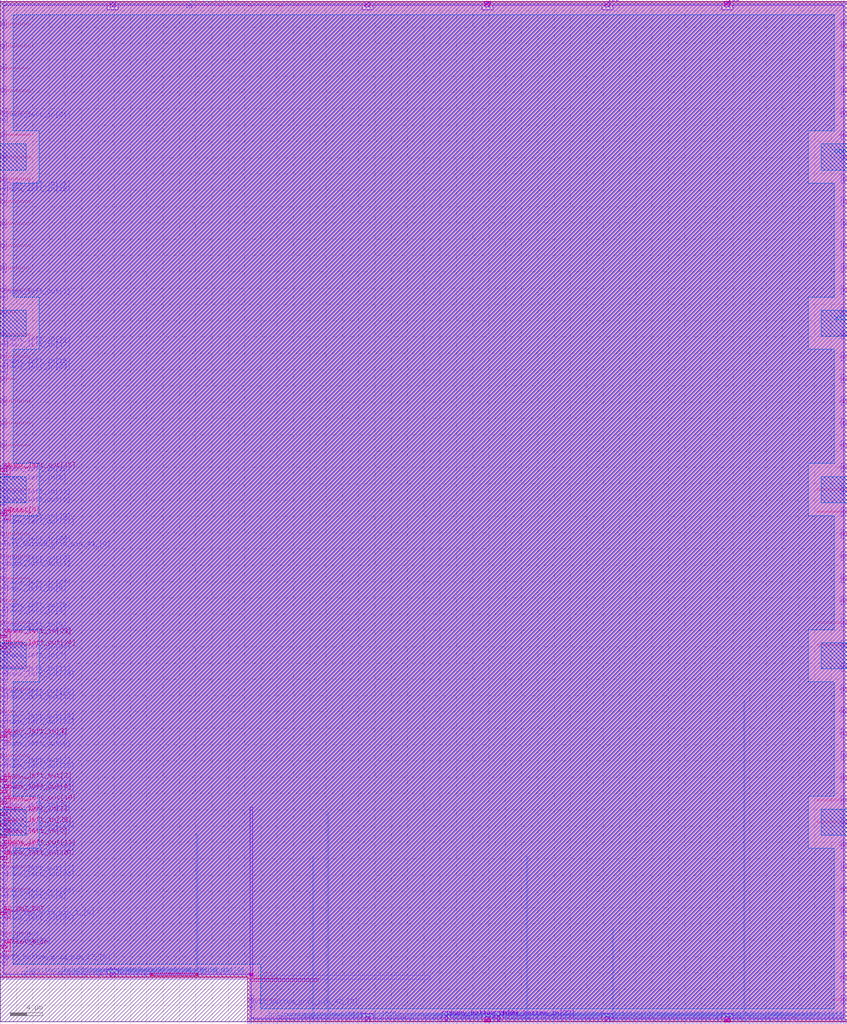
<source format=lef>
VERSION 5.7 ;
BUSBITCHARS "[]" ;

UNITS
  DATABASE MICRONS 1000 ;
END UNITS

MANUFACTURINGGRID 0.005 ;

LAYER li1
  TYPE ROUTING ;
  DIRECTION VERTICAL ;
  PITCH 0.46 ;
  WIDTH 0.17 ;
END li1

LAYER mcon
  TYPE CUT ;
END mcon

LAYER met1
  TYPE ROUTING ;
  DIRECTION HORIZONTAL ;
  PITCH 0.34 ;
  WIDTH 0.14 ;
END met1

LAYER via
  TYPE CUT ;
END via

LAYER met2
  TYPE ROUTING ;
  DIRECTION VERTICAL ;
  PITCH 0.46 ;
  WIDTH 0.14 ;
END met2

LAYER via2
  TYPE CUT ;
END via2

LAYER met3
  TYPE ROUTING ;
  DIRECTION HORIZONTAL ;
  PITCH 0.68 ;
  WIDTH 0.3 ;
END met3

LAYER via3
  TYPE CUT ;
END via3

LAYER met4
  TYPE ROUTING ;
  DIRECTION VERTICAL ;
  PITCH 0.92 ;
  WIDTH 0.3 ;
END met4

LAYER via4
  TYPE CUT ;
END via4

LAYER met5
  TYPE ROUTING ;
  DIRECTION HORIZONTAL ;
  PITCH 3.4 ;
  WIDTH 1.6 ;
END met5

LAYER nwell
  TYPE MASTERSLICE ;
END nwell

LAYER pwell
  TYPE MASTERSLICE ;
END pwell

LAYER OVERLAP
  TYPE OVERLAP ;
END OVERLAP

VIA L1M1_PR
  LAYER li1 ;
    RECT -0.085 -0.085 0.085 0.085 ;
  LAYER mcon ;
    RECT -0.085 -0.085 0.085 0.085 ;
  LAYER met1 ;
    RECT -0.145 -0.115 0.145 0.115 ;
END L1M1_PR

VIA L1M1_PR_R
  LAYER li1 ;
    RECT -0.085 -0.085 0.085 0.085 ;
  LAYER mcon ;
    RECT -0.085 -0.085 0.085 0.085 ;
  LAYER met1 ;
    RECT -0.115 -0.145 0.115 0.145 ;
END L1M1_PR_R

VIA L1M1_PR_M
  LAYER li1 ;
    RECT -0.085 -0.085 0.085 0.085 ;
  LAYER mcon ;
    RECT -0.085 -0.085 0.085 0.085 ;
  LAYER met1 ;
    RECT -0.115 -0.145 0.115 0.145 ;
END L1M1_PR_M

VIA L1M1_PR_MR
  LAYER li1 ;
    RECT -0.085 -0.085 0.085 0.085 ;
  LAYER mcon ;
    RECT -0.085 -0.085 0.085 0.085 ;
  LAYER met1 ;
    RECT -0.145 -0.115 0.145 0.115 ;
END L1M1_PR_MR

VIA L1M1_PR_C
  LAYER li1 ;
    RECT -0.085 -0.085 0.085 0.085 ;
  LAYER mcon ;
    RECT -0.085 -0.085 0.085 0.085 ;
  LAYER met1 ;
    RECT -0.145 -0.145 0.145 0.145 ;
END L1M1_PR_C

VIA M1M2_PR
  LAYER met1 ;
    RECT -0.16 -0.13 0.16 0.13 ;
  LAYER via ;
    RECT -0.075 -0.075 0.075 0.075 ;
  LAYER met2 ;
    RECT -0.13 -0.16 0.13 0.16 ;
END M1M2_PR

VIA M1M2_PR_Enc
  LAYER met1 ;
    RECT -0.16 -0.13 0.16 0.13 ;
  LAYER via ;
    RECT -0.075 -0.075 0.075 0.075 ;
  LAYER met2 ;
    RECT -0.16 -0.13 0.16 0.13 ;
END M1M2_PR_Enc

VIA M1M2_PR_R
  LAYER met1 ;
    RECT -0.13 -0.16 0.13 0.16 ;
  LAYER via ;
    RECT -0.075 -0.075 0.075 0.075 ;
  LAYER met2 ;
    RECT -0.16 -0.13 0.16 0.13 ;
END M1M2_PR_R

VIA M1M2_PR_R_Enc
  LAYER met1 ;
    RECT -0.13 -0.16 0.13 0.16 ;
  LAYER via ;
    RECT -0.075 -0.075 0.075 0.075 ;
  LAYER met2 ;
    RECT -0.13 -0.16 0.13 0.16 ;
END M1M2_PR_R_Enc

VIA M1M2_PR_M
  LAYER met1 ;
    RECT -0.16 -0.13 0.16 0.13 ;
  LAYER via ;
    RECT -0.075 -0.075 0.075 0.075 ;
  LAYER met2 ;
    RECT -0.16 -0.13 0.16 0.13 ;
END M1M2_PR_M

VIA M1M2_PR_M_Enc
  LAYER met1 ;
    RECT -0.16 -0.13 0.16 0.13 ;
  LAYER via ;
    RECT -0.075 -0.075 0.075 0.075 ;
  LAYER met2 ;
    RECT -0.13 -0.16 0.13 0.16 ;
END M1M2_PR_M_Enc

VIA M1M2_PR_MR
  LAYER met1 ;
    RECT -0.13 -0.16 0.13 0.16 ;
  LAYER via ;
    RECT -0.075 -0.075 0.075 0.075 ;
  LAYER met2 ;
    RECT -0.13 -0.16 0.13 0.16 ;
END M1M2_PR_MR

VIA M1M2_PR_MR_Enc
  LAYER met1 ;
    RECT -0.13 -0.16 0.13 0.16 ;
  LAYER via ;
    RECT -0.075 -0.075 0.075 0.075 ;
  LAYER met2 ;
    RECT -0.16 -0.13 0.16 0.13 ;
END M1M2_PR_MR_Enc

VIA M1M2_PR_C
  LAYER met1 ;
    RECT -0.16 -0.16 0.16 0.16 ;
  LAYER via ;
    RECT -0.075 -0.075 0.075 0.075 ;
  LAYER met2 ;
    RECT -0.16 -0.16 0.16 0.16 ;
END M1M2_PR_C

VIA M2M3_PR
  LAYER met2 ;
    RECT -0.14 -0.185 0.14 0.185 ;
  LAYER via2 ;
    RECT -0.1 -0.1 0.1 0.1 ;
  LAYER met3 ;
    RECT -0.165 -0.165 0.165 0.165 ;
END M2M3_PR

VIA M2M3_PR_R
  LAYER met2 ;
    RECT -0.185 -0.14 0.185 0.14 ;
  LAYER via2 ;
    RECT -0.1 -0.1 0.1 0.1 ;
  LAYER met3 ;
    RECT -0.165 -0.165 0.165 0.165 ;
END M2M3_PR_R

VIA M2M3_PR_M
  LAYER met2 ;
    RECT -0.14 -0.185 0.14 0.185 ;
  LAYER via2 ;
    RECT -0.1 -0.1 0.1 0.1 ;
  LAYER met3 ;
    RECT -0.165 -0.165 0.165 0.165 ;
END M2M3_PR_M

VIA M2M3_PR_MR
  LAYER met2 ;
    RECT -0.185 -0.14 0.185 0.14 ;
  LAYER via2 ;
    RECT -0.1 -0.1 0.1 0.1 ;
  LAYER met3 ;
    RECT -0.165 -0.165 0.165 0.165 ;
END M2M3_PR_MR

VIA M2M3_PR_C
  LAYER met2 ;
    RECT -0.185 -0.185 0.185 0.185 ;
  LAYER via2 ;
    RECT -0.1 -0.1 0.1 0.1 ;
  LAYER met3 ;
    RECT -0.165 -0.165 0.165 0.165 ;
END M2M3_PR_C

VIA M3M4_PR
  LAYER met3 ;
    RECT -0.19 -0.16 0.19 0.16 ;
  LAYER via3 ;
    RECT -0.1 -0.1 0.1 0.1 ;
  LAYER met4 ;
    RECT -0.165 -0.165 0.165 0.165 ;
END M3M4_PR

VIA M3M4_PR_R
  LAYER met3 ;
    RECT -0.16 -0.19 0.16 0.19 ;
  LAYER via3 ;
    RECT -0.1 -0.1 0.1 0.1 ;
  LAYER met4 ;
    RECT -0.165 -0.165 0.165 0.165 ;
END M3M4_PR_R

VIA M3M4_PR_M
  LAYER met3 ;
    RECT -0.19 -0.16 0.19 0.16 ;
  LAYER via3 ;
    RECT -0.1 -0.1 0.1 0.1 ;
  LAYER met4 ;
    RECT -0.165 -0.165 0.165 0.165 ;
END M3M4_PR_M

VIA M3M4_PR_MR
  LAYER met3 ;
    RECT -0.16 -0.19 0.16 0.19 ;
  LAYER via3 ;
    RECT -0.1 -0.1 0.1 0.1 ;
  LAYER met4 ;
    RECT -0.165 -0.165 0.165 0.165 ;
END M3M4_PR_MR

VIA M3M4_PR_C
  LAYER met3 ;
    RECT -0.19 -0.19 0.19 0.19 ;
  LAYER via3 ;
    RECT -0.1 -0.1 0.1 0.1 ;
  LAYER met4 ;
    RECT -0.165 -0.165 0.165 0.165 ;
END M3M4_PR_C

VIA M4M5_PR
  LAYER met4 ;
    RECT -0.59 -0.59 0.59 0.59 ;
  LAYER via4 ;
    RECT -0.4 -0.4 0.4 0.4 ;
  LAYER met5 ;
    RECT -0.71 -0.71 0.71 0.71 ;
END M4M5_PR

VIA M4M5_PR_R
  LAYER met4 ;
    RECT -0.59 -0.59 0.59 0.59 ;
  LAYER via4 ;
    RECT -0.4 -0.4 0.4 0.4 ;
  LAYER met5 ;
    RECT -0.71 -0.71 0.71 0.71 ;
END M4M5_PR_R

VIA M4M5_PR_M
  LAYER met4 ;
    RECT -0.59 -0.59 0.59 0.59 ;
  LAYER via4 ;
    RECT -0.4 -0.4 0.4 0.4 ;
  LAYER met5 ;
    RECT -0.71 -0.71 0.71 0.71 ;
END M4M5_PR_M

VIA M4M5_PR_MR
  LAYER met4 ;
    RECT -0.59 -0.59 0.59 0.59 ;
  LAYER via4 ;
    RECT -0.4 -0.4 0.4 0.4 ;
  LAYER met5 ;
    RECT -0.71 -0.71 0.71 0.71 ;
END M4M5_PR_MR

VIA M4M5_PR_C
  LAYER met4 ;
    RECT -0.59 -0.59 0.59 0.59 ;
  LAYER via4 ;
    RECT -0.4 -0.4 0.4 0.4 ;
  LAYER met5 ;
    RECT -0.71 -0.71 0.71 0.71 ;
END M4M5_PR_C

SITE unit
  CLASS CORE ;
  SYMMETRY Y ;
  SIZE 0.46 BY 2.72 ;
END unit

SITE unithddbl
  CLASS CORE ;
  SIZE 0.46 BY 5.44 ;
END unithddbl

MACRO sb_2__2_
  CLASS BLOCK ;
  ORIGIN 0 0 ;
  SIZE 103.96 BY 125.12 ;
  SYMMETRY X Y ;
  PIN pReset[0]
    DIRECTION INPUT ;
    USE SIGNAL ;
    PORT
      LAYER met3 ;
        RECT 0 62.07 0.8 62.37 ;
    END
  END pReset[0]
  PIN chany_bottom_in[0]
    DIRECTION INPUT ;
    USE SIGNAL ;
    PORT
      LAYER met2 ;
        RECT 82.04 0 82.18 0.485 ;
    END
  END chany_bottom_in[0]
  PIN chany_bottom_in[1]
    DIRECTION INPUT ;
    USE SIGNAL ;
    PORT
      LAYER met2 ;
        RECT 36.04 0 36.18 0.485 ;
    END
  END chany_bottom_in[1]
  PIN chany_bottom_in[2]
    DIRECTION INPUT ;
    USE SIGNAL ;
    PORT
      LAYER met2 ;
        RECT 80.2 0 80.34 0.485 ;
    END
  END chany_bottom_in[2]
  PIN chany_bottom_in[3]
    DIRECTION INPUT ;
    USE SIGNAL ;
    PORT
      LAYER met4 ;
        RECT 54.59 0 54.89 0.8 ;
    END
  END chany_bottom_in[3]
  PIN chany_bottom_in[4]
    DIRECTION INPUT ;
    USE SIGNAL ;
    PORT
      LAYER met2 ;
        RECT 95.38 0 95.52 0.485 ;
    END
  END chany_bottom_in[4]
  PIN chany_bottom_in[5]
    DIRECTION INPUT ;
    USE SIGNAL ;
    PORT
      LAYER met2 ;
        RECT 74.68 0 74.82 0.485 ;
    END
  END chany_bottom_in[5]
  PIN chany_bottom_in[6]
    DIRECTION INPUT ;
    USE SIGNAL ;
    PORT
      LAYER met2 ;
        RECT 62.26 0 62.4 0.485 ;
    END
  END chany_bottom_in[6]
  PIN chany_bottom_in[7]
    DIRECTION INPUT ;
    USE SIGNAL ;
    PORT
      LAYER met2 ;
        RECT 71.46 0 71.6 0.485 ;
    END
  END chany_bottom_in[7]
  PIN chany_bottom_in[8]
    DIRECTION INPUT ;
    USE SIGNAL ;
    PORT
      LAYER met2 ;
        RECT 91.7 0 91.84 0.485 ;
    END
  END chany_bottom_in[8]
  PIN chany_bottom_in[9]
    DIRECTION INPUT ;
    USE SIGNAL ;
    PORT
      LAYER met2 ;
        RECT 65.02 0 65.16 0.485 ;
    END
  END chany_bottom_in[9]
  PIN chany_bottom_in[10]
    DIRECTION INPUT ;
    USE SIGNAL ;
    PORT
      LAYER met2 ;
        RECT 65.94 0 66.08 0.485 ;
    END
  END chany_bottom_in[10]
  PIN chany_bottom_in[11]
    DIRECTION INPUT ;
    USE SIGNAL ;
    PORT
      LAYER met2 ;
        RECT 77.44 0 77.58 0.485 ;
    END
  END chany_bottom_in[11]
  PIN chany_bottom_in[12]
    DIRECTION INPUT ;
    USE SIGNAL ;
    PORT
      LAYER met2 ;
        RECT 60.42 0 60.56 0.485 ;
    END
  END chany_bottom_in[12]
  PIN chany_bottom_in[13]
    DIRECTION INPUT ;
    USE SIGNAL ;
    PORT
      LAYER met2 ;
        RECT 94.46 0 94.6 0.485 ;
    END
  END chany_bottom_in[13]
  PIN chany_bottom_in[14]
    DIRECTION INPUT ;
    USE SIGNAL ;
    PORT
      LAYER met2 ;
        RECT 93.54 0 93.68 0.485 ;
    END
  END chany_bottom_in[14]
  PIN chany_bottom_in[15]
    DIRECTION INPUT ;
    USE SIGNAL ;
    PORT
      LAYER met2 ;
        RECT 86.64 0 86.78 0.485 ;
    END
  END chany_bottom_in[15]
  PIN chany_bottom_in[16]
    DIRECTION INPUT ;
    USE SIGNAL ;
    PORT
      LAYER met2 ;
        RECT 67.78 0 67.92 0.485 ;
    END
  END chany_bottom_in[16]
  PIN chany_bottom_in[17]
    DIRECTION INPUT ;
    USE SIGNAL ;
    PORT
      LAYER met2 ;
        RECT 75.6 0 75.74 0.485 ;
    END
  END chany_bottom_in[17]
  PIN chany_bottom_in[18]
    DIRECTION INPUT ;
    USE SIGNAL ;
    PORT
      LAYER met2 ;
        RECT 89.86 0 90 0.485 ;
    END
  END chany_bottom_in[18]
  PIN chany_bottom_in[19]
    DIRECTION INPUT ;
    USE SIGNAL ;
    PORT
      LAYER met2 ;
        RECT 69.62 0 69.76 0.485 ;
    END
  END chany_bottom_in[19]
  PIN chany_bottom_in[20]
    DIRECTION INPUT ;
    USE SIGNAL ;
    PORT
      LAYER met2 ;
        RECT 92.62 0 92.76 0.485 ;
    END
  END chany_bottom_in[20]
  PIN chany_bottom_in[21]
    DIRECTION INPUT ;
    USE SIGNAL ;
    PORT
      LAYER met2 ;
        RECT 79.28 0 79.42 0.485 ;
    END
  END chany_bottom_in[21]
  PIN chany_bottom_in[22]
    DIRECTION INPUT ;
    USE SIGNAL ;
    PORT
      LAYER met2 ;
        RECT 63.18 0 63.32 0.485 ;
    END
  END chany_bottom_in[22]
  PIN chany_bottom_in[23]
    DIRECTION INPUT ;
    USE SIGNAL ;
    PORT
      LAYER met4 ;
        RECT 61.03 0 61.33 0.8 ;
    END
  END chany_bottom_in[23]
  PIN chany_bottom_in[24]
    DIRECTION INPUT ;
    USE SIGNAL ;
    PORT
      LAYER met2 ;
        RECT 35.12 0 35.26 0.485 ;
    END
  END chany_bottom_in[24]
  PIN chany_bottom_in[25]
    DIRECTION INPUT ;
    USE SIGNAL ;
    PORT
      LAYER met2 ;
        RECT 88.02 0 88.16 0.485 ;
    END
  END chany_bottom_in[25]
  PIN chany_bottom_in[26]
    DIRECTION INPUT ;
    USE SIGNAL ;
    PORT
      LAYER met2 ;
        RECT 55.82 0 55.96 0.485 ;
    END
  END chany_bottom_in[26]
  PIN chany_bottom_in[27]
    DIRECTION INPUT ;
    USE SIGNAL ;
    PORT
      LAYER met2 ;
        RECT 51.22 0 51.36 0.485 ;
    END
  END chany_bottom_in[27]
  PIN chany_bottom_in[28]
    DIRECTION INPUT ;
    USE SIGNAL ;
    PORT
      LAYER met2 ;
        RECT 72.38 0 72.52 0.485 ;
    END
  END chany_bottom_in[28]
  PIN chany_bottom_in[29]
    DIRECTION INPUT ;
    USE SIGNAL ;
    PORT
      LAYER met2 ;
        RECT 84.8 0 84.94 0.485 ;
    END
  END chany_bottom_in[29]
  PIN bottom_right_grid_pin_1_[0]
    DIRECTION INPUT ;
    USE SIGNAL ;
    PORT
      LAYER met2 ;
        RECT 32.82 0 32.96 0.485 ;
    END
  END bottom_right_grid_pin_1_[0]
  PIN bottom_left_grid_pin_44_[0]
    DIRECTION INPUT ;
    USE SIGNAL ;
    PORT
      LAYER met2 ;
        RECT 16.72 5.44 16.86 5.925 ;
    END
  END bottom_left_grid_pin_44_[0]
  PIN bottom_left_grid_pin_45_[0]
    DIRECTION INPUT ;
    USE SIGNAL ;
    PORT
      LAYER met2 ;
        RECT 3.84 5.44 3.98 5.925 ;
    END
  END bottom_left_grid_pin_45_[0]
  PIN bottom_left_grid_pin_46_[0]
    DIRECTION INPUT ;
    USE SIGNAL ;
    PORT
      LAYER met2 ;
        RECT 18.56 5.44 18.7 5.925 ;
    END
  END bottom_left_grid_pin_46_[0]
  PIN bottom_left_grid_pin_47_[0]
    DIRECTION INPUT ;
    USE SIGNAL ;
    PORT
      LAYER met2 ;
        RECT 17.64 5.44 17.78 5.925 ;
    END
  END bottom_left_grid_pin_47_[0]
  PIN bottom_left_grid_pin_48_[0]
    DIRECTION INPUT ;
    USE SIGNAL ;
    PORT
      LAYER met2 ;
        RECT 10.28 5.44 10.42 5.925 ;
    END
  END bottom_left_grid_pin_48_[0]
  PIN bottom_left_grid_pin_49_[0]
    DIRECTION INPUT ;
    USE SIGNAL ;
    PORT
      LAYER met2 ;
        RECT 13.5 5.44 13.64 5.925 ;
    END
  END bottom_left_grid_pin_49_[0]
  PIN bottom_left_grid_pin_50_[0]
    DIRECTION INPUT ;
    USE SIGNAL ;
    PORT
      LAYER met2 ;
        RECT 15.34 5.44 15.48 5.925 ;
    END
  END bottom_left_grid_pin_50_[0]
  PIN bottom_left_grid_pin_51_[0]
    DIRECTION INPUT ;
    USE SIGNAL ;
    PORT
      LAYER met2 ;
        RECT 14.42 5.44 14.56 5.925 ;
    END
  END bottom_left_grid_pin_51_[0]
  PIN chanx_left_in[0]
    DIRECTION INPUT ;
    USE SIGNAL ;
    PORT
      LAYER met1 ;
        RECT 0 48.04 0.595 48.18 ;
    END
  END chanx_left_in[0]
  PIN chanx_left_in[1]
    DIRECTION INPUT ;
    USE SIGNAL ;
    PORT
      LAYER met3 ;
        RECT 0 25.35 0.8 25.65 ;
    END
  END chanx_left_in[1]
  PIN chanx_left_in[2]
    DIRECTION INPUT ;
    USE SIGNAL ;
    PORT
      LAYER met3 ;
        RECT 0 22.63 0.8 22.93 ;
    END
  END chanx_left_in[2]
  PIN chanx_left_in[3]
    DIRECTION INPUT ;
    USE SIGNAL ;
    PORT
      LAYER met3 ;
        RECT 0 34.87 0.8 35.17 ;
    END
  END chanx_left_in[3]
  PIN chanx_left_in[4]
    DIRECTION INPUT ;
    USE SIGNAL ;
    PORT
      LAYER met1 ;
        RECT 0 49.74 0.595 49.88 ;
    END
  END chanx_left_in[4]
  PIN chanx_left_in[5]
    DIRECTION INPUT ;
    USE SIGNAL ;
    PORT
      LAYER met1 ;
        RECT 0 52.46 0.595 52.6 ;
    END
  END chanx_left_in[5]
  PIN chanx_left_in[6]
    DIRECTION INPUT ;
    USE SIGNAL ;
    PORT
      LAYER met1 ;
        RECT 0 14.72 0.595 14.86 ;
    END
  END chanx_left_in[6]
  PIN chanx_left_in[7]
    DIRECTION INPUT ;
    USE SIGNAL ;
    PORT
      LAYER met1 ;
        RECT 0 44.3 0.595 44.44 ;
    END
  END chanx_left_in[7]
  PIN chanx_left_in[8]
    DIRECTION INPUT ;
    USE SIGNAL ;
    PORT
      LAYER met1 ;
        RECT 0 66.06 0.595 66.2 ;
    END
  END chanx_left_in[8]
  PIN chanx_left_in[9]
    DIRECTION INPUT ;
    USE SIGNAL ;
    PORT
      LAYER met1 ;
        RECT 0 34.44 0.595 34.58 ;
    END
  END chanx_left_in[9]
  PIN chanx_left_in[10]
    DIRECTION INPUT ;
    USE SIGNAL ;
    PORT
      LAYER met3 ;
        RECT 0 19.91 0.8 20.21 ;
    END
  END chanx_left_in[10]
  PIN chanx_left_in[11]
    DIRECTION INPUT ;
    USE SIGNAL ;
    PORT
      LAYER met1 ;
        RECT 0 42.6 0.595 42.74 ;
    END
  END chanx_left_in[11]
  PIN chanx_left_in[12]
    DIRECTION INPUT ;
    USE SIGNAL ;
    PORT
      LAYER met1 ;
        RECT 0 64.36 0.595 64.5 ;
    END
  END chanx_left_in[12]
  PIN chanx_left_in[13]
    DIRECTION INPUT ;
    USE SIGNAL ;
    PORT
      LAYER met1 ;
        RECT 0 61.3 0.595 61.44 ;
    END
  END chanx_left_in[13]
  PIN chanx_left_in[14]
    DIRECTION INPUT ;
    USE SIGNAL ;
    PORT
      LAYER met1 ;
        RECT 0 83.06 0.595 83.2 ;
    END
  END chanx_left_in[14]
  PIN chanx_left_in[15]
    DIRECTION INPUT ;
    USE SIGNAL ;
    PORT
      LAYER met1 ;
        RECT 0 101.42 0.595 101.56 ;
    END
  END chanx_left_in[15]
  PIN chanx_left_in[16]
    DIRECTION INPUT ;
    USE SIGNAL ;
    PORT
      LAYER met1 ;
        RECT 0 80.34 0.595 80.48 ;
    END
  END chanx_left_in[16]
  PIN chanx_left_in[17]
    DIRECTION INPUT ;
    USE SIGNAL ;
    PORT
      LAYER met1 ;
        RECT 0 82.38 0.595 82.52 ;
    END
  END chanx_left_in[17]
  PIN chanx_left_in[18]
    DIRECTION INPUT ;
    USE SIGNAL ;
    PORT
      LAYER met1 ;
        RECT 0 67.08 0.595 67.22 ;
    END
  END chanx_left_in[18]
  PIN chanx_left_in[19]
    DIRECTION INPUT ;
    USE SIGNAL ;
    PORT
      LAYER met1 ;
        RECT 0 25.26 0.595 25.4 ;
    END
  END chanx_left_in[19]
  PIN chanx_left_in[20]
    DIRECTION INPUT ;
    USE SIGNAL ;
    PORT
      LAYER met1 ;
        RECT 0 25.94 0.595 26.08 ;
    END
  END chanx_left_in[20]
  PIN chanx_left_in[21]
    DIRECTION INPUT ;
    USE SIGNAL ;
    PORT
      LAYER met1 ;
        RECT 0 110.6 0.595 110.74 ;
    END
  END chanx_left_in[21]
  PIN chanx_left_in[22]
    DIRECTION INPUT ;
    USE SIGNAL ;
    PORT
      LAYER met1 ;
        RECT 0 22.88 0.595 23.02 ;
    END
  END chanx_left_in[22]
  PIN chanx_left_in[23]
    DIRECTION INPUT ;
    USE SIGNAL ;
    PORT
      LAYER met3 ;
        RECT 0 47.11 0.8 47.41 ;
    END
  END chanx_left_in[23]
  PIN chanx_left_in[24]
    DIRECTION INPUT ;
    USE SIGNAL ;
    PORT
      LAYER met1 ;
        RECT 0 45.32 0.595 45.46 ;
    END
  END chanx_left_in[24]
  PIN chanx_left_in[25]
    DIRECTION INPUT ;
    USE SIGNAL ;
    PORT
      LAYER met1 ;
        RECT 0 102.1 0.595 102.24 ;
    END
  END chanx_left_in[25]
  PIN chanx_left_in[26]
    DIRECTION INPUT ;
    USE SIGNAL ;
    PORT
      LAYER met3 ;
        RECT 0 23.99 0.8 24.29 ;
    END
  END chanx_left_in[26]
  PIN chanx_left_in[27]
    DIRECTION INPUT ;
    USE SIGNAL ;
    PORT
      LAYER met1 ;
        RECT 0 53.14 0.595 53.28 ;
    END
  END chanx_left_in[27]
  PIN chanx_left_in[28]
    DIRECTION INPUT ;
    USE SIGNAL ;
    PORT
      LAYER met1 ;
        RECT 0 79.66 0.595 79.8 ;
    END
  END chanx_left_in[28]
  PIN chanx_left_in[29]
    DIRECTION INPUT ;
    USE SIGNAL ;
    PORT
      LAYER met1 ;
        RECT 0 58.58 0.595 58.72 ;
    END
  END chanx_left_in[29]
  PIN left_top_grid_pin_1_[0]
    DIRECTION INPUT ;
    USE SIGNAL ;
    PORT
      LAYER met1 ;
        RECT 0 12.68 0.595 12.82 ;
    END
  END left_top_grid_pin_1_[0]
  PIN left_bottom_grid_pin_36_[0]
    DIRECTION INPUT ;
    USE SIGNAL ;
    PORT
      LAYER met2 ;
        RECT 12.12 5.44 12.26 5.925 ;
    END
  END left_bottom_grid_pin_36_[0]
  PIN left_bottom_grid_pin_37_[0]
    DIRECTION INPUT ;
    USE SIGNAL ;
    PORT
      LAYER met1 ;
        RECT 0 7.24 0.595 7.38 ;
    END
  END left_bottom_grid_pin_37_[0]
  PIN left_bottom_grid_pin_38_[0]
    DIRECTION INPUT ;
    USE SIGNAL ;
    PORT
      LAYER met2 ;
        RECT 9.36 5.44 9.5 5.925 ;
    END
  END left_bottom_grid_pin_38_[0]
  PIN left_bottom_grid_pin_39_[0]
    DIRECTION INPUT ;
    USE SIGNAL ;
    PORT
      LAYER met2 ;
        RECT 8.44 5.44 8.58 5.925 ;
    END
  END left_bottom_grid_pin_39_[0]
  PIN left_bottom_grid_pin_40_[0]
    DIRECTION INPUT ;
    USE SIGNAL ;
    PORT
      LAYER met2 ;
        RECT 7.52 5.44 7.66 5.925 ;
    END
  END left_bottom_grid_pin_40_[0]
  PIN left_bottom_grid_pin_41_[0]
    DIRECTION INPUT ;
    USE SIGNAL ;
    PORT
      LAYER met2 ;
        RECT 2.92 5.44 3.06 5.925 ;
    END
  END left_bottom_grid_pin_41_[0]
  PIN left_bottom_grid_pin_42_[0]
    DIRECTION INPUT ;
    USE SIGNAL ;
    PORT
      LAYER met1 ;
        RECT 30.36 1.8 30.955 1.94 ;
    END
  END left_bottom_grid_pin_42_[0]
  PIN left_bottom_grid_pin_43_[0]
    DIRECTION INPUT ;
    USE SIGNAL ;
    PORT
      LAYER met1 ;
        RECT 0 57.9 0.595 58.04 ;
    END
  END left_bottom_grid_pin_43_[0]
  PIN ccff_head[0]
    DIRECTION INPUT ;
    USE SIGNAL ;
    PORT
      LAYER met2 ;
        RECT 23.16 124.635 23.3 125.12 ;
    END
  END ccff_head[0]
  PIN chany_bottom_out[0]
    DIRECTION OUTPUT ;
    USE SIGNAL ;
    PORT
      LAYER met2 ;
        RECT 83.88 0 84.02 0.485 ;
    END
  END chany_bottom_out[0]
  PIN chany_bottom_out[1]
    DIRECTION OUTPUT ;
    USE SIGNAL ;
    PORT
      LAYER met2 ;
        RECT 73.3 0 73.44 0.485 ;
    END
  END chany_bottom_out[1]
  PIN chany_bottom_out[2]
    DIRECTION OUTPUT ;
    USE SIGNAL ;
    PORT
      LAYER met2 ;
        RECT 34.2 0 34.34 0.485 ;
    END
  END chany_bottom_out[2]
  PIN chany_bottom_out[3]
    DIRECTION OUTPUT ;
    USE SIGNAL ;
    PORT
      LAYER met2 ;
        RECT 82.96 0 83.1 0.485 ;
    END
  END chany_bottom_out[3]
  PIN chany_bottom_out[4]
    DIRECTION OUTPUT ;
    USE SIGNAL ;
    PORT
      LAYER met2 ;
        RECT 61.34 0 61.48 0.485 ;
    END
  END chany_bottom_out[4]
  PIN chany_bottom_out[5]
    DIRECTION OUTPUT ;
    USE SIGNAL ;
    PORT
      LAYER met2 ;
        RECT 96.3 0 96.44 0.485 ;
    END
  END chany_bottom_out[5]
  PIN chany_bottom_out[6]
    DIRECTION OUTPUT ;
    USE SIGNAL ;
    PORT
      LAYER met2 ;
        RECT 39.72 0 39.86 0.485 ;
    END
  END chany_bottom_out[6]
  PIN chany_bottom_out[7]
    DIRECTION OUTPUT ;
    USE SIGNAL ;
    PORT
      LAYER met2 ;
        RECT 46.62 0 46.76 0.485 ;
    END
  END chany_bottom_out[7]
  PIN chany_bottom_out[8]
    DIRECTION OUTPUT ;
    USE SIGNAL ;
    PORT
      LAYER met2 ;
        RECT 70.54 0 70.68 0.485 ;
    END
  END chany_bottom_out[8]
  PIN chany_bottom_out[9]
    DIRECTION OUTPUT ;
    USE SIGNAL ;
    PORT
      LAYER met2 ;
        RECT 57.66 0 57.8 0.485 ;
    END
  END chany_bottom_out[9]
  PIN chany_bottom_out[10]
    DIRECTION OUTPUT ;
    USE SIGNAL ;
    PORT
      LAYER met2 ;
        RECT 37.88 0 38.02 0.485 ;
    END
  END chany_bottom_out[10]
  PIN chany_bottom_out[11]
    DIRECTION OUTPUT ;
    USE SIGNAL ;
    PORT
      LAYER met2 ;
        RECT 66.86 0 67 0.485 ;
    END
  END chany_bottom_out[11]
  PIN chany_bottom_out[12]
    DIRECTION OUTPUT ;
    USE SIGNAL ;
    PORT
      LAYER met2 ;
        RECT 47.54 0 47.68 0.485 ;
    END
  END chany_bottom_out[12]
  PIN chany_bottom_out[13]
    DIRECTION OUTPUT ;
    USE SIGNAL ;
    PORT
      LAYER met2 ;
        RECT 48.46 0 48.6 0.485 ;
    END
  END chany_bottom_out[13]
  PIN chany_bottom_out[14]
    DIRECTION OUTPUT ;
    USE SIGNAL ;
    PORT
      LAYER met2 ;
        RECT 81.12 0 81.26 0.485 ;
    END
  END chany_bottom_out[14]
  PIN chany_bottom_out[15]
    DIRECTION OUTPUT ;
    USE SIGNAL ;
    PORT
      LAYER met2 ;
        RECT 53.98 0 54.12 0.485 ;
    END
  END chany_bottom_out[15]
  PIN chany_bottom_out[16]
    DIRECTION OUTPUT ;
    USE SIGNAL ;
    PORT
      LAYER met2 ;
        RECT 53.06 0 53.2 0.485 ;
    END
  END chany_bottom_out[16]
  PIN chany_bottom_out[17]
    DIRECTION OUTPUT ;
    USE SIGNAL ;
    PORT
      LAYER met2 ;
        RECT 76.52 0 76.66 0.485 ;
    END
  END chany_bottom_out[17]
  PIN chany_bottom_out[18]
    DIRECTION OUTPUT ;
    USE SIGNAL ;
    PORT
      LAYER met2 ;
        RECT 58.58 0 58.72 0.485 ;
    END
  END chany_bottom_out[18]
  PIN chany_bottom_out[19]
    DIRECTION OUTPUT ;
    USE SIGNAL ;
    PORT
      LAYER met2 ;
        RECT 50.3 0 50.44 0.485 ;
    END
  END chany_bottom_out[19]
  PIN chany_bottom_out[20]
    DIRECTION OUTPUT ;
    USE SIGNAL ;
    PORT
      LAYER met2 ;
        RECT 49.38 0 49.52 0.485 ;
    END
  END chany_bottom_out[20]
  PIN chany_bottom_out[21]
    DIRECTION OUTPUT ;
    USE SIGNAL ;
    PORT
      LAYER met2 ;
        RECT 52.14 0 52.28 0.485 ;
    END
  END chany_bottom_out[21]
  PIN chany_bottom_out[22]
    DIRECTION OUTPUT ;
    USE SIGNAL ;
    PORT
      LAYER met2 ;
        RECT 38.8 0 38.94 0.485 ;
    END
  END chany_bottom_out[22]
  PIN chany_bottom_out[23]
    DIRECTION OUTPUT ;
    USE SIGNAL ;
    PORT
      LAYER met2 ;
        RECT 68.7 0 68.84 0.485 ;
    END
  END chany_bottom_out[23]
  PIN chany_bottom_out[24]
    DIRECTION OUTPUT ;
    USE SIGNAL ;
    PORT
      LAYER met2 ;
        RECT 90.78 0 90.92 0.485 ;
    END
  END chany_bottom_out[24]
  PIN chany_bottom_out[25]
    DIRECTION OUTPUT ;
    USE SIGNAL ;
    PORT
      LAYER met2 ;
        RECT 85.72 0 85.86 0.485 ;
    END
  END chany_bottom_out[25]
  PIN chany_bottom_out[26]
    DIRECTION OUTPUT ;
    USE SIGNAL ;
    PORT
      LAYER met2 ;
        RECT 64.1 0 64.24 0.485 ;
    END
  END chany_bottom_out[26]
  PIN chany_bottom_out[27]
    DIRECTION OUTPUT ;
    USE SIGNAL ;
    PORT
      LAYER met2 ;
        RECT 56.74 0 56.88 0.485 ;
    END
  END chany_bottom_out[27]
  PIN chany_bottom_out[28]
    DIRECTION OUTPUT ;
    USE SIGNAL ;
    PORT
      LAYER met2 ;
        RECT 54.9 0 55.04 0.485 ;
    END
  END chany_bottom_out[28]
  PIN chany_bottom_out[29]
    DIRECTION OUTPUT ;
    USE SIGNAL ;
    PORT
      LAYER met2 ;
        RECT 78.36 0 78.5 0.485 ;
    END
  END chany_bottom_out[29]
  PIN chanx_left_out[0]
    DIRECTION OUTPUT ;
    USE SIGNAL ;
    PORT
      LAYER met1 ;
        RECT 0 56.2 0.595 56.34 ;
    END
  END chanx_left_out[0]
  PIN chanx_left_out[1]
    DIRECTION OUTPUT ;
    USE SIGNAL ;
    PORT
      LAYER met1 ;
        RECT 0 88.84 0.595 88.98 ;
    END
  END chanx_left_out[1]
  PIN chanx_left_out[2]
    DIRECTION OUTPUT ;
    USE SIGNAL ;
    PORT
      LAYER met3 ;
        RECT 0 29.43 0.8 29.73 ;
    END
  END chanx_left_out[2]
  PIN chanx_left_out[3]
    DIRECTION OUTPUT ;
    USE SIGNAL ;
    PORT
      LAYER met1 ;
        RECT 0 55.52 0.595 55.66 ;
    END
  END chanx_left_out[3]
  PIN chanx_left_out[4]
    DIRECTION OUTPUT ;
    USE SIGNAL ;
    PORT
      LAYER met3 ;
        RECT 0 28.07 0.8 28.37 ;
    END
  END chanx_left_out[4]
  PIN chanx_left_out[5]
    DIRECTION OUTPUT ;
    USE SIGNAL ;
    PORT
      LAYER met1 ;
        RECT 0 47.36 0.595 47.5 ;
    END
  END chanx_left_out[5]
  PIN chanx_left_out[6]
    DIRECTION OUTPUT ;
    USE SIGNAL ;
    PORT
      LAYER met1 ;
        RECT 0 50.42 0.595 50.56 ;
    END
  END chanx_left_out[6]
  PIN chanx_left_out[7]
    DIRECTION OUTPUT ;
    USE SIGNAL ;
    PORT
      LAYER met1 ;
        RECT 0 31.38 0.595 31.52 ;
    END
  END chanx_left_out[7]
  PIN chanx_left_out[8]
    DIRECTION OUTPUT ;
    USE SIGNAL ;
    PORT
      LAYER met1 ;
        RECT 0 33.42 0.595 33.56 ;
    END
  END chanx_left_out[8]
  PIN chanx_left_out[9]
    DIRECTION OUTPUT ;
    USE SIGNAL ;
    PORT
      LAYER met1 ;
        RECT 0 63.34 0.595 63.48 ;
    END
  END chanx_left_out[9]
  PIN chanx_left_out[10]
    DIRECTION OUTPUT ;
    USE SIGNAL ;
    PORT
      LAYER met1 ;
        RECT 0 27.98 0.595 28.12 ;
    END
  END chanx_left_out[10]
  PIN chanx_left_out[11]
    DIRECTION OUTPUT ;
    USE SIGNAL ;
    PORT
      LAYER met3 ;
        RECT 0 21.27 0.8 21.57 ;
    END
  END chanx_left_out[11]
  PIN chanx_left_out[12]
    DIRECTION OUTPUT ;
    USE SIGNAL ;
    PORT
      LAYER met1 ;
        RECT 0 39.2 0.595 39.34 ;
    END
  END chanx_left_out[12]
  PIN chanx_left_out[13]
    DIRECTION OUTPUT ;
    USE SIGNAL ;
    PORT
      LAYER met1 ;
        RECT 0 28.66 0.595 28.8 ;
    END
  END chanx_left_out[13]
  PIN chanx_left_out[14]
    DIRECTION OUTPUT ;
    USE SIGNAL ;
    PORT
      LAYER met1 ;
        RECT 0 36.82 0.595 36.96 ;
    END
  END chanx_left_out[14]
  PIN chanx_left_out[15]
    DIRECTION OUTPUT ;
    USE SIGNAL ;
    PORT
      LAYER met3 ;
        RECT 0 67.51 0.8 67.81 ;
    END
  END chanx_left_out[15]
  PIN chanx_left_out[16]
    DIRECTION OUTPUT ;
    USE SIGNAL ;
    PORT
      LAYER met1 ;
        RECT 0 20.16 0.595 20.3 ;
    END
  END chanx_left_out[16]
  PIN chanx_left_out[17]
    DIRECTION OUTPUT ;
    USE SIGNAL ;
    PORT
      LAYER met1 ;
        RECT 0 18.12 0.595 18.26 ;
    END
  END chanx_left_out[17]
  PIN chanx_left_out[18]
    DIRECTION OUTPUT ;
    USE SIGNAL ;
    PORT
      LAYER met1 ;
        RECT 0 41.92 0.595 42.06 ;
    END
  END chanx_left_out[18]
  PIN chanx_left_out[19]
    DIRECTION OUTPUT ;
    USE SIGNAL ;
    PORT
      LAYER met3 ;
        RECT 0 26.71 0.8 27.01 ;
    END
  END chanx_left_out[19]
  PIN chanx_left_out[20]
    DIRECTION OUTPUT ;
    USE SIGNAL ;
    PORT
      LAYER met1 ;
        RECT 0 17.44 0.595 17.58 ;
    END
  END chanx_left_out[20]
  PIN chanx_left_out[21]
    DIRECTION OUTPUT ;
    USE SIGNAL ;
    PORT
      LAYER met1 ;
        RECT 0 36.14 0.595 36.28 ;
    END
  END chanx_left_out[21]
  PIN chanx_left_out[22]
    DIRECTION OUTPUT ;
    USE SIGNAL ;
    PORT
      LAYER met1 ;
        RECT 0 39.88 0.595 40.02 ;
    END
  END chanx_left_out[22]
  PIN chanx_left_out[23]
    DIRECTION OUTPUT ;
    USE SIGNAL ;
    PORT
      LAYER met1 ;
        RECT 0 15.4 0.595 15.54 ;
    END
  END chanx_left_out[23]
  PIN chanx_left_out[24]
    DIRECTION OUTPUT ;
    USE SIGNAL ;
    PORT
      LAYER met3 ;
        RECT 0 45.75 0.8 46.05 ;
    END
  END chanx_left_out[24]
  PIN chanx_left_out[25]
    DIRECTION OUTPUT ;
    USE SIGNAL ;
    PORT
      LAYER met1 ;
        RECT 0 30.7 0.595 30.84 ;
    END
  END chanx_left_out[25]
  PIN chanx_left_out[26]
    DIRECTION OUTPUT ;
    USE SIGNAL ;
    PORT
      LAYER met1 ;
        RECT 0 12 0.595 12.14 ;
    END
  END chanx_left_out[26]
  PIN chanx_left_out[27]
    DIRECTION OUTPUT ;
    USE SIGNAL ;
    PORT
      LAYER met1 ;
        RECT 0 60.62 0.595 60.76 ;
    END
  END chanx_left_out[27]
  PIN chanx_left_out[28]
    DIRECTION OUTPUT ;
    USE SIGNAL ;
    PORT
      LAYER met1 ;
        RECT 0 23.56 0.595 23.7 ;
    END
  END chanx_left_out[28]
  PIN chanx_left_out[29]
    DIRECTION OUTPUT ;
    USE SIGNAL ;
    PORT
      LAYER met1 ;
        RECT 0 20.84 0.595 20.98 ;
    END
  END chanx_left_out[29]
  PIN ccff_tail[0]
    DIRECTION OUTPUT ;
    USE SIGNAL ;
    PORT
      LAYER met1 ;
        RECT 0 9.28 0.595 9.42 ;
    END
  END ccff_tail[0]
  PIN SC_IN_BOT
    DIRECTION INPUT ;
    USE SIGNAL ;
    PORT
      LAYER met1 ;
        RECT 0 9.96 0.595 10.1 ;
    END
  END SC_IN_BOT
  PIN SC_OUT_BOT
    DIRECTION OUTPUT ;
    USE SIGNAL ;
    PORT
      LAYER met3 ;
        RECT 0 13.11 0.8 13.41 ;
    END
  END SC_OUT_BOT
  PIN pReset_W_in
    DIRECTION INPUT ;
    USE SIGNAL ;
    PORT
      LAYER met3 ;
        RECT 0 9.03 0.8 9.33 ;
    END
  END pReset_W_in
  PIN prog_clk_0_S_in
    DIRECTION INPUT ;
    USE CLOCK ;
    PORT
      LAYER met2 ;
        RECT 36.96 0 37.1 0.485 ;
    END
  END prog_clk_0_S_in
  PIN VDD
    DIRECTION INPUT ;
    USE POWER ;
    PORT
      LAYER met5 ;
        RECT 0 22.88 3.2 26.08 ;
        RECT 100.76 22.88 103.96 26.08 ;
        RECT 0 63.68 3.2 66.88 ;
        RECT 100.76 63.68 103.96 66.88 ;
        RECT 0 104.48 3.2 107.68 ;
        RECT 100.76 104.48 103.96 107.68 ;
      LAYER met4 ;
        RECT 44.78 0 45.38 0.6 ;
        RECT 74.22 0 74.82 0.6 ;
        RECT 13.5 5.44 14.1 6.04 ;
        RECT 13.5 124.52 14.1 125.12 ;
        RECT 44.78 124.52 45.38 125.12 ;
        RECT 74.22 124.52 74.82 125.12 ;
      LAYER met1 ;
        RECT 30.36 2.48 30.84 2.96 ;
        RECT 103.48 2.48 103.96 2.96 ;
        RECT 0 7.92 0.48 8.4 ;
        RECT 103.48 7.92 103.96 8.4 ;
        RECT 0 13.36 0.48 13.84 ;
        RECT 103.48 13.36 103.96 13.84 ;
        RECT 0 18.8 0.48 19.28 ;
        RECT 103.48 18.8 103.96 19.28 ;
        RECT 0 24.24 0.48 24.72 ;
        RECT 103.48 24.24 103.96 24.72 ;
        RECT 0 29.68 0.48 30.16 ;
        RECT 103.48 29.68 103.96 30.16 ;
        RECT 0 35.12 0.48 35.6 ;
        RECT 103.48 35.12 103.96 35.6 ;
        RECT 0 40.56 0.48 41.04 ;
        RECT 103.48 40.56 103.96 41.04 ;
        RECT 0 46 0.48 46.48 ;
        RECT 103.48 46 103.96 46.48 ;
        RECT 0 51.44 0.48 51.92 ;
        RECT 103.48 51.44 103.96 51.92 ;
        RECT 0 56.88 0.48 57.36 ;
        RECT 103.48 56.88 103.96 57.36 ;
        RECT 0 62.32 0.48 62.8 ;
        RECT 103.48 62.32 103.96 62.8 ;
        RECT 0 67.76 0.48 68.24 ;
        RECT 103.48 67.76 103.96 68.24 ;
        RECT 0 73.2 0.48 73.68 ;
        RECT 103.48 73.2 103.96 73.68 ;
        RECT 0 78.64 0.48 79.12 ;
        RECT 103.48 78.64 103.96 79.12 ;
        RECT 0 84.08 0.48 84.56 ;
        RECT 103.48 84.08 103.96 84.56 ;
        RECT 0 89.52 0.48 90 ;
        RECT 103.48 89.52 103.96 90 ;
        RECT 0 94.96 0.48 95.44 ;
        RECT 103.48 94.96 103.96 95.44 ;
        RECT 0 100.4 0.48 100.88 ;
        RECT 103.48 100.4 103.96 100.88 ;
        RECT 0 105.84 0.48 106.32 ;
        RECT 103.48 105.84 103.96 106.32 ;
        RECT 0 111.28 0.48 111.76 ;
        RECT 103.48 111.28 103.96 111.76 ;
        RECT 0 116.72 0.48 117.2 ;
        RECT 103.48 116.72 103.96 117.2 ;
        RECT 0 122.16 0.48 122.64 ;
        RECT 103.48 122.16 103.96 122.64 ;
    END
  END VDD
  PIN VSS
    DIRECTION INPUT ;
    USE GROUND ;
    PORT
      LAYER met5 ;
        RECT 0 43.28 3.2 46.48 ;
        RECT 100.76 43.28 103.96 46.48 ;
        RECT 0 84.08 3.2 87.28 ;
        RECT 100.76 84.08 103.96 87.28 ;
      LAYER met4 ;
        RECT 59.5 0 60.1 0.6 ;
        RECT 88.94 0 89.54 0.6 ;
        RECT 59.5 124.52 60.1 125.12 ;
        RECT 88.94 124.52 89.54 125.12 ;
      LAYER met1 ;
        RECT 30.36 -0.24 30.84 0.24 ;
        RECT 103.48 -0.24 103.96 0.24 ;
        RECT 0 5.2 0.48 5.68 ;
        RECT 103.48 5.2 103.96 5.68 ;
        RECT 0 10.64 0.48 11.12 ;
        RECT 103.48 10.64 103.96 11.12 ;
        RECT 0 16.08 0.48 16.56 ;
        RECT 103.48 16.08 103.96 16.56 ;
        RECT 0 21.52 0.48 22 ;
        RECT 103.48 21.52 103.96 22 ;
        RECT 0 26.96 0.48 27.44 ;
        RECT 103.48 26.96 103.96 27.44 ;
        RECT 0 32.4 0.48 32.88 ;
        RECT 103.48 32.4 103.96 32.88 ;
        RECT 0 37.84 0.48 38.32 ;
        RECT 103.48 37.84 103.96 38.32 ;
        RECT 0 43.28 0.48 43.76 ;
        RECT 103.48 43.28 103.96 43.76 ;
        RECT 0 48.72 0.48 49.2 ;
        RECT 103.48 48.72 103.96 49.2 ;
        RECT 0 54.16 0.48 54.64 ;
        RECT 103.48 54.16 103.96 54.64 ;
        RECT 0 59.6 0.48 60.08 ;
        RECT 103.48 59.6 103.96 60.08 ;
        RECT 0 65.04 0.48 65.52 ;
        RECT 103.48 65.04 103.96 65.52 ;
        RECT 0 70.48 0.48 70.96 ;
        RECT 103.48 70.48 103.96 70.96 ;
        RECT 0 75.92 0.48 76.4 ;
        RECT 103.48 75.92 103.96 76.4 ;
        RECT 0 81.36 0.48 81.84 ;
        RECT 103.48 81.36 103.96 81.84 ;
        RECT 0 86.8 0.48 87.28 ;
        RECT 103.48 86.8 103.96 87.28 ;
        RECT 0 92.24 0.48 92.72 ;
        RECT 103.48 92.24 103.96 92.72 ;
        RECT 0 97.68 0.48 98.16 ;
        RECT 103.48 97.68 103.96 98.16 ;
        RECT 0 103.12 0.48 103.6 ;
        RECT 103.48 103.12 103.96 103.6 ;
        RECT 0 108.56 0.48 109.04 ;
        RECT 103.48 108.56 103.96 109.04 ;
        RECT 0 114 0.48 114.48 ;
        RECT 103.48 114 103.96 114.48 ;
        RECT 0 119.44 0.48 119.92 ;
        RECT 103.48 119.44 103.96 119.92 ;
        RECT 0 124.88 0.48 125.36 ;
        RECT 103.48 124.88 103.96 125.36 ;
    END
  END VSS
  OBS
    LAYER met3 ;
      POLYGON 89.405 125.165 89.405 125.16 89.62 125.16 89.62 124.84 89.405 124.84 89.405 124.835 89.075 124.835 89.075 124.84 88.86 124.84 88.86 125.16 89.075 125.16 89.075 125.165 ;
      POLYGON 59.965 125.165 59.965 125.16 60.18 125.16 60.18 124.84 59.965 124.84 59.965 124.835 59.635 124.835 59.635 124.84 59.42 124.84 59.42 125.16 59.635 125.16 59.635 125.165 ;
      POLYGON 24.315 5.945 24.315 5.615 23.985 5.615 23.985 5.63 18.795 5.63 18.795 5.615 18.465 5.615 18.465 5.945 18.795 5.945 18.795 5.93 23.985 5.93 23.985 5.945 ;
      POLYGON 31.01 5.94 31.01 5.62 30.97 5.62 30.97 5.25 39.02 5.25 39.02 4.95 30.67 4.95 30.67 5.62 30.63 5.62 30.63 5.94 ;
      POLYGON 89.405 0.285 89.405 0.28 89.62 0.28 89.62 -0.04 89.405 -0.04 89.405 -0.045 89.075 -0.045 89.075 -0.04 88.86 -0.04 88.86 0.28 89.075 0.28 89.075 0.285 ;
      POLYGON 59.965 0.285 59.965 0.28 60.18 0.28 60.18 -0.04 59.965 -0.04 59.965 -0.045 59.635 -0.045 59.635 -0.04 59.42 -0.04 59.42 0.28 59.635 0.28 59.635 0.285 ;
      POLYGON 103.56 124.72 103.56 0.4 30.76 0.4 30.76 5.84 0.4 5.84 0.4 8.63 1.2 8.63 1.2 9.73 0.4 9.73 0.4 12.71 1.2 12.71 1.2 13.81 0.4 13.81 0.4 19.51 1.2 19.51 1.2 20.61 0.4 20.61 0.4 20.87 1.2 20.87 1.2 21.97 0.4 21.97 0.4 22.23 1.2 22.23 1.2 23.33 0.4 23.33 0.4 23.59 1.2 23.59 1.2 24.69 0.4 24.69 0.4 24.95 1.2 24.95 1.2 26.05 0.4 26.05 0.4 26.31 1.2 26.31 1.2 27.41 0.4 27.41 0.4 27.67 1.2 27.67 1.2 28.77 0.4 28.77 0.4 29.03 1.2 29.03 1.2 30.13 0.4 30.13 0.4 34.47 1.2 34.47 1.2 35.57 0.4 35.57 0.4 45.35 1.2 45.35 1.2 46.45 0.4 46.45 0.4 46.71 1.2 46.71 1.2 47.81 0.4 47.81 0.4 61.67 1.2 61.67 1.2 62.77 0.4 62.77 0.4 67.11 1.2 67.11 1.2 68.21 0.4 68.21 0.4 124.72 ;
    LAYER met2 ;
      RECT 89.1 124.815 89.38 125.185 ;
      RECT 59.66 124.815 59.94 125.185 ;
      POLYGON 91.38 39.34 91.38 0.24 91.42 0.24 91.42 0.1 91.24 0.1 91.24 39.34 ;
      POLYGON 40.32 25.74 40.32 0.1 40.14 0.1 40.14 0.24 40.18 0.24 40.18 25.74 ;
      POLYGON 24.22 23.02 24.22 5.965 24.29 5.965 24.29 5.595 24.01 5.595 24.01 5.965 24.08 5.965 24.08 23.02 ;
      POLYGON 64.7 20.3 64.7 0.1 64.52 0.1 64.52 0.24 64.56 0.24 64.56 20.3 ;
      POLYGON 38.48 20.3 38.48 0.24 38.52 0.24 38.52 0.1 38.34 0.1 38.34 20.3 ;
      POLYGON 75.28 11.46 75.28 0.1 75.1 0.1 75.1 0.24 75.14 0.24 75.14 11.46 ;
      RECT 14.82 6.13 15.08 6.45 ;
      RECT 96.7 0.69 96.96 1.01 ;
      RECT 62.66 0.35 62.92 0.67 ;
      RECT 35.52 0.35 35.78 0.67 ;
      RECT 89.1 -0.065 89.38 0.305 ;
      RECT 59.66 -0.065 59.94 0.305 ;
      POLYGON 103.68 124.84 103.68 0.28 96.72 0.28 96.72 0.765 96.02 0.765 96.02 0.28 95.8 0.28 95.8 0.765 95.1 0.765 95.1 0.28 94.88 0.28 94.88 0.765 94.18 0.765 94.18 0.28 93.96 0.28 93.96 0.765 93.26 0.765 93.26 0.28 93.04 0.28 93.04 0.765 92.34 0.765 92.34 0.28 92.12 0.28 92.12 0.765 91.42 0.765 91.42 0.28 91.2 0.28 91.2 0.765 90.5 0.765 90.5 0.28 90.28 0.28 90.28 0.765 89.58 0.765 89.58 0.28 88.44 0.28 88.44 0.765 87.74 0.765 87.74 0.28 87.06 0.28 87.06 0.765 86.36 0.765 86.36 0.28 86.14 0.28 86.14 0.765 85.44 0.765 85.44 0.28 85.22 0.28 85.22 0.765 84.52 0.765 84.52 0.28 84.3 0.28 84.3 0.765 83.6 0.765 83.6 0.28 83.38 0.28 83.38 0.765 82.68 0.765 82.68 0.28 82.46 0.28 82.46 0.765 81.76 0.765 81.76 0.28 81.54 0.28 81.54 0.765 80.84 0.765 80.84 0.28 80.62 0.28 80.62 0.765 79.92 0.765 79.92 0.28 79.7 0.28 79.7 0.765 79 0.765 79 0.28 78.78 0.28 78.78 0.765 78.08 0.765 78.08 0.28 77.86 0.28 77.86 0.765 77.16 0.765 77.16 0.28 76.94 0.28 76.94 0.765 76.24 0.765 76.24 0.28 76.02 0.28 76.02 0.765 75.32 0.765 75.32 0.28 75.1 0.28 75.1 0.765 74.4 0.765 74.4 0.28 73.72 0.28 73.72 0.765 73.02 0.765 73.02 0.28 72.8 0.28 72.8 0.765 72.1 0.765 72.1 0.28 71.88 0.28 71.88 0.765 71.18 0.765 71.18 0.28 70.96 0.28 70.96 0.765 70.26 0.765 70.26 0.28 70.04 0.28 70.04 0.765 69.34 0.765 69.34 0.28 69.12 0.28 69.12 0.765 68.42 0.765 68.42 0.28 68.2 0.28 68.2 0.765 67.5 0.765 67.5 0.28 67.28 0.28 67.28 0.765 66.58 0.765 66.58 0.28 66.36 0.28 66.36 0.765 65.66 0.765 65.66 0.28 65.44 0.28 65.44 0.765 64.74 0.765 64.74 0.28 64.52 0.28 64.52 0.765 63.82 0.765 63.82 0.28 63.6 0.28 63.6 0.765 62.9 0.765 62.9 0.28 62.68 0.28 62.68 0.765 61.98 0.765 61.98 0.28 61.76 0.28 61.76 0.765 61.06 0.765 61.06 0.28 60.84 0.28 60.84 0.765 60.14 0.765 60.14 0.28 59 0.28 59 0.765 58.3 0.765 58.3 0.28 58.08 0.28 58.08 0.765 57.38 0.765 57.38 0.28 57.16 0.28 57.16 0.765 56.46 0.765 56.46 0.28 56.24 0.28 56.24 0.765 55.54 0.765 55.54 0.28 55.32 0.28 55.32 0.765 54.62 0.765 54.62 0.28 54.4 0.28 54.4 0.765 53.7 0.765 53.7 0.28 53.48 0.28 53.48 0.765 52.78 0.765 52.78 0.28 52.56 0.28 52.56 0.765 51.86 0.765 51.86 0.28 51.64 0.28 51.64 0.765 50.94 0.765 50.94 0.28 50.72 0.28 50.72 0.765 50.02 0.765 50.02 0.28 49.8 0.28 49.8 0.765 49.1 0.765 49.1 0.28 48.88 0.28 48.88 0.765 48.18 0.765 48.18 0.28 47.96 0.28 47.96 0.765 47.26 0.765 47.26 0.28 47.04 0.28 47.04 0.765 46.34 0.765 46.34 0.28 40.14 0.28 40.14 0.765 39.44 0.765 39.44 0.28 39.22 0.28 39.22 0.765 38.52 0.765 38.52 0.28 38.3 0.28 38.3 0.765 37.6 0.765 37.6 0.28 37.38 0.28 37.38 0.765 36.68 0.765 36.68 0.28 36.46 0.28 36.46 0.765 35.76 0.765 35.76 0.28 35.54 0.28 35.54 0.765 34.84 0.765 34.84 0.28 34.62 0.28 34.62 0.765 33.92 0.765 33.92 0.28 33.24 0.28 33.24 0.765 32.54 0.765 32.54 0.28 30.64 0.28 30.64 5.72 18.98 5.72 18.98 6.205 18.28 6.205 18.28 5.72 18.06 5.72 18.06 6.205 17.36 6.205 17.36 5.72 17.14 5.72 17.14 6.205 16.44 6.205 16.44 5.72 15.76 5.72 15.76 6.205 15.06 6.205 15.06 5.72 14.84 5.72 14.84 6.205 14.14 6.205 14.14 5.72 13.92 5.72 13.92 6.205 13.22 6.205 13.22 5.72 12.54 5.72 12.54 6.205 11.84 6.205 11.84 5.72 10.7 5.72 10.7 6.205 10 6.205 10 5.72 9.78 5.72 9.78 6.205 9.08 6.205 9.08 5.72 8.86 5.72 8.86 6.205 8.16 6.205 8.16 5.72 7.94 5.72 7.94 6.205 7.24 6.205 7.24 5.72 4.26 5.72 4.26 6.205 3.56 6.205 3.56 5.72 3.34 5.72 3.34 6.205 2.64 6.205 2.64 5.72 0.28 5.72 0.28 124.84 22.88 124.84 22.88 124.355 23.58 124.355 23.58 124.84 ;
    LAYER met4 ;
      POLYGON 30.97 26.33 30.97 5.945 30.985 5.945 30.985 5.615 30.655 5.615 30.655 5.945 30.67 5.945 30.67 26.33 ;
      POLYGON 103.56 124.72 103.56 0.4 89.94 0.4 89.94 1 88.54 1 88.54 0.4 75.22 0.4 75.22 1 73.82 1 73.82 0.4 61.73 0.4 61.73 1.2 60.63 1.2 60.63 0.4 60.5 0.4 60.5 1 59.1 1 59.1 0.4 55.29 0.4 55.29 1.2 54.19 1.2 54.19 0.4 45.78 0.4 45.78 1 44.38 1 44.38 0.4 30.76 0.4 30.76 5.84 14.5 5.84 14.5 6.44 13.1 6.44 13.1 5.84 0.4 5.84 0.4 124.72 13.1 124.72 13.1 124.12 14.5 124.12 14.5 124.72 44.38 124.72 44.38 124.12 45.78 124.12 45.78 124.72 59.1 124.72 59.1 124.12 60.5 124.12 60.5 124.72 73.82 124.72 73.82 124.12 75.22 124.12 75.22 124.72 88.54 124.72 88.54 124.12 89.94 124.12 89.94 124.72 ;
    LAYER met1 ;
      POLYGON 103.2 125.36 103.2 124.88 89.4 124.88 89.4 124.87 89.08 124.87 89.08 124.88 59.96 124.88 59.96 124.87 59.64 124.87 59.64 124.88 0.76 124.88 0.76 125.36 ;
      RECT 0.76 5.2 52.76 5.68 ;
      POLYGON 89.4 0.25 89.4 0.24 103.2 0.24 103.2 -0.24 31.12 -0.24 31.12 0.24 59.64 0.24 59.64 0.25 59.96 0.25 59.96 0.24 89.08 0.24 89.08 0.25 ;
      POLYGON 103.2 124.84 103.2 124.6 103.68 124.6 103.68 122.92 103.2 122.92 103.2 121.88 103.68 121.88 103.68 120.2 103.2 120.2 103.2 119.16 103.68 119.16 103.68 117.48 103.2 117.48 103.2 116.44 103.68 116.44 103.68 114.76 103.2 114.76 103.2 113.72 103.68 113.72 103.68 112.04 103.2 112.04 103.2 111 103.68 111 103.68 109.32 103.2 109.32 103.2 108.28 103.68 108.28 103.68 106.6 103.2 106.6 103.2 105.56 103.68 105.56 103.68 103.88 103.2 103.88 103.2 102.84 103.68 102.84 103.68 101.16 103.2 101.16 103.2 100.12 103.68 100.12 103.68 98.44 103.2 98.44 103.2 97.4 103.68 97.4 103.68 95.72 103.2 95.72 103.2 94.68 103.68 94.68 103.68 93 103.2 93 103.2 91.96 103.68 91.96 103.68 90.28 103.2 90.28 103.2 89.24 103.68 89.24 103.68 87.56 103.2 87.56 103.2 86.52 103.68 86.52 103.68 84.84 103.2 84.84 103.2 83.8 103.68 83.8 103.68 82.12 103.2 82.12 103.2 81.08 103.68 81.08 103.68 79.4 103.2 79.4 103.2 78.36 103.68 78.36 103.68 76.68 103.2 76.68 103.2 75.64 103.68 75.64 103.68 73.96 103.2 73.96 103.2 72.92 103.68 72.92 103.68 71.24 103.2 71.24 103.2 70.2 103.68 70.2 103.68 68.52 103.2 68.52 103.2 67.48 103.68 67.48 103.68 65.8 103.2 65.8 103.2 64.76 103.68 64.76 103.68 63.08 103.2 63.08 103.2 62.04 103.68 62.04 103.68 60.36 103.2 60.36 103.2 59.32 103.68 59.32 103.68 57.64 103.2 57.64 103.2 56.6 103.68 56.6 103.68 54.92 103.2 54.92 103.2 53.88 103.68 53.88 103.68 52.2 103.2 52.2 103.2 51.16 103.68 51.16 103.68 49.48 103.2 49.48 103.2 48.44 103.68 48.44 103.68 46.76 103.2 46.76 103.2 45.72 103.68 45.72 103.68 44.04 103.2 44.04 103.2 43 103.68 43 103.68 41.32 103.2 41.32 103.2 40.28 103.68 40.28 103.68 38.6 103.2 38.6 103.2 37.56 103.68 37.56 103.68 35.88 103.2 35.88 103.2 34.84 103.68 34.84 103.68 33.16 103.2 33.16 103.2 32.12 103.68 32.12 103.68 30.44 103.2 30.44 103.2 29.4 103.68 29.4 103.68 27.72 103.2 27.72 103.2 26.68 103.68 26.68 103.68 25 103.2 25 103.2 23.96 103.68 23.96 103.68 22.28 103.2 22.28 103.2 21.24 103.68 21.24 103.68 19.56 103.2 19.56 103.2 18.52 103.68 18.52 103.68 16.84 103.2 16.84 103.2 15.8 103.68 15.8 103.68 14.12 103.2 14.12 103.2 13.08 103.68 13.08 103.68 11.4 103.2 11.4 103.2 10.36 103.68 10.36 103.68 8.68 103.2 8.68 103.2 7.64 103.68 7.64 103.68 5.96 103.2 5.96 103.2 4.92 103.68 4.92 103.68 3.24 103.2 3.24 103.2 2.2 103.68 2.2 103.68 0.52 103.2 0.52 103.2 0.28 31.12 0.28 31.12 0.52 30.64 0.52 30.64 1.52 31.235 1.52 31.235 2.22 31.12 2.22 31.12 3.24 30.64 3.24 30.64 5.72 0.76 5.72 0.76 5.96 0.28 5.96 0.28 6.96 0.875 6.96 0.875 7.66 0.76 7.66 0.76 8.68 0.28 8.68 0.28 9 0.875 9 0.875 10.38 0.76 10.38 0.76 11.4 0.28 11.4 0.28 11.72 0.875 11.72 0.875 13.1 0.76 13.1 0.76 14.12 0.28 14.12 0.28 14.44 0.875 14.44 0.875 15.82 0.76 15.82 0.76 16.84 0.28 16.84 0.28 17.16 0.875 17.16 0.875 18.54 0.76 18.54 0.76 19.56 0.28 19.56 0.28 19.88 0.875 19.88 0.875 21.26 0.76 21.26 0.76 22.28 0.28 22.28 0.28 22.6 0.875 22.6 0.875 23.98 0.76 23.98 0.76 24.98 0.875 24.98 0.875 26.36 0.28 26.36 0.28 26.68 0.76 26.68 0.76 27.7 0.875 27.7 0.875 29.08 0.28 29.08 0.28 29.4 0.76 29.4 0.76 30.42 0.875 30.42 0.875 31.8 0.28 31.8 0.28 32.12 0.76 32.12 0.76 33.14 0.875 33.14 0.875 33.84 0.28 33.84 0.28 34.16 0.875 34.16 0.875 34.86 0.76 34.86 0.76 35.86 0.875 35.86 0.875 37.24 0.28 37.24 0.28 37.56 0.76 37.56 0.76 38.6 0.28 38.6 0.28 38.92 0.875 38.92 0.875 40.3 0.76 40.3 0.76 41.32 0.28 41.32 0.28 41.64 0.875 41.64 0.875 43.02 0.76 43.02 0.76 44.02 0.875 44.02 0.875 44.72 0.28 44.72 0.28 45.04 0.875 45.04 0.875 45.74 0.76 45.74 0.76 46.76 0.28 46.76 0.28 47.08 0.875 47.08 0.875 48.46 0.76 48.46 0.76 49.46 0.875 49.46 0.875 50.84 0.28 50.84 0.28 51.16 0.76 51.16 0.76 52.18 0.875 52.18 0.875 53.56 0.28 53.56 0.28 53.88 0.76 53.88 0.76 54.92 0.28 54.92 0.28 55.24 0.875 55.24 0.875 56.62 0.76 56.62 0.76 57.62 0.875 57.62 0.875 59 0.28 59 0.28 59.32 0.76 59.32 0.76 60.34 0.875 60.34 0.875 61.72 0.28 61.72 0.28 62.04 0.76 62.04 0.76 63.06 0.875 63.06 0.875 63.76 0.28 63.76 0.28 64.08 0.875 64.08 0.875 64.78 0.76 64.78 0.76 65.78 0.875 65.78 0.875 66.48 0.28 66.48 0.28 66.8 0.875 66.8 0.875 67.5 0.76 67.5 0.76 68.52 0.28 68.52 0.28 70.2 0.76 70.2 0.76 71.24 0.28 71.24 0.28 72.92 0.76 72.92 0.76 73.96 0.28 73.96 0.28 75.64 0.76 75.64 0.76 76.68 0.28 76.68 0.28 78.36 0.76 78.36 0.76 79.38 0.875 79.38 0.875 80.76 0.28 80.76 0.28 81.08 0.76 81.08 0.76 82.1 0.875 82.1 0.875 83.48 0.28 83.48 0.28 83.8 0.76 83.8 0.76 84.84 0.28 84.84 0.28 86.52 0.76 86.52 0.76 87.56 0.28 87.56 0.28 88.56 0.875 88.56 0.875 89.26 0.76 89.26 0.76 90.28 0.28 90.28 0.28 91.96 0.76 91.96 0.76 93 0.28 93 0.28 94.68 0.76 94.68 0.76 95.72 0.28 95.72 0.28 97.4 0.76 97.4 0.76 98.44 0.28 98.44 0.28 100.12 0.76 100.12 0.76 101.14 0.875 101.14 0.875 102.52 0.28 102.52 0.28 102.84 0.76 102.84 0.76 103.88 0.28 103.88 0.28 105.56 0.76 105.56 0.76 106.6 0.28 106.6 0.28 108.28 0.76 108.28 0.76 109.32 0.28 109.32 0.28 110.32 0.875 110.32 0.875 111.02 0.76 111.02 0.76 112.04 0.28 112.04 0.28 113.72 0.76 113.72 0.76 114.76 0.28 114.76 0.28 116.44 0.76 116.44 0.76 117.48 0.28 117.48 0.28 119.16 0.76 119.16 0.76 120.2 0.28 120.2 0.28 121.88 0.76 121.88 0.76 122.92 0.28 122.92 0.28 124.6 0.76 124.6 0.76 124.84 ;
    LAYER met5 ;
      POLYGON 102.36 123.52 102.36 109.28 99.16 109.28 99.16 102.88 102.36 102.88 102.36 88.88 99.16 88.88 99.16 82.48 102.36 82.48 102.36 68.48 99.16 68.48 99.16 62.08 102.36 62.08 102.36 48.08 99.16 48.08 99.16 41.68 102.36 41.68 102.36 27.68 99.16 27.68 99.16 21.28 102.36 21.28 102.36 1.6 31.96 1.6 31.96 7.04 1.6 7.04 1.6 21.28 4.8 21.28 4.8 27.68 1.6 27.68 1.6 41.68 4.8 41.68 4.8 48.08 1.6 48.08 1.6 62.08 4.8 62.08 4.8 68.48 1.6 68.48 1.6 82.48 4.8 82.48 4.8 88.88 1.6 88.88 1.6 102.88 4.8 102.88 4.8 109.28 1.6 109.28 1.6 123.52 ;
    LAYER li1 ;
      POLYGON 103.96 125.205 103.96 125.035 36.62 125.035 36.62 124.575 36.295 124.575 36.295 125.035 34.505 125.035 34.505 124.575 34.235 124.575 34.235 125.035 32.94 125.035 32.94 124.575 32.615 124.575 32.615 125.035 30.825 125.035 30.825 124.575 30.555 124.575 30.555 125.035 29.26 125.035 29.26 124.575 28.935 124.575 28.935 125.035 27.145 125.035 27.145 124.575 26.875 124.575 26.875 125.035 25.58 125.035 25.58 124.575 25.255 124.575 25.255 125.035 23.465 125.035 23.465 124.575 23.195 124.575 23.195 125.035 0 125.035 0 125.205 ;
      RECT 103.04 122.315 103.96 122.485 ;
      RECT 0 122.315 3.68 122.485 ;
      RECT 103.04 119.595 103.96 119.765 ;
      RECT 0 119.595 3.68 119.765 ;
      RECT 103.04 116.875 103.96 117.045 ;
      RECT 0 116.875 3.68 117.045 ;
      RECT 103.5 114.155 103.96 114.325 ;
      RECT 0 114.155 3.68 114.325 ;
      RECT 103.04 111.435 103.96 111.605 ;
      RECT 0 111.435 3.68 111.605 ;
      RECT 103.04 108.715 103.96 108.885 ;
      RECT 0 108.715 3.68 108.885 ;
      RECT 103.5 105.995 103.96 106.165 ;
      RECT 0 105.995 3.68 106.165 ;
      RECT 103.5 103.275 103.96 103.445 ;
      RECT 0 103.275 3.68 103.445 ;
      RECT 103.5 100.555 103.96 100.725 ;
      RECT 0 100.555 3.68 100.725 ;
      RECT 103.5 97.835 103.96 98.005 ;
      RECT 0 97.835 3.68 98.005 ;
      RECT 103.5 95.115 103.96 95.285 ;
      RECT 0 95.115 3.68 95.285 ;
      RECT 103.5 92.395 103.96 92.565 ;
      RECT 0 92.395 3.68 92.565 ;
      RECT 103.5 89.675 103.96 89.845 ;
      RECT 0 89.675 3.68 89.845 ;
      RECT 103.04 86.955 103.96 87.125 ;
      RECT 0 86.955 1.84 87.125 ;
      RECT 103.04 84.235 103.96 84.405 ;
      RECT 0 84.235 3.68 84.405 ;
      RECT 103.04 81.515 103.96 81.685 ;
      RECT 0 81.515 3.68 81.685 ;
      RECT 103.04 78.795 103.96 78.965 ;
      RECT 0 78.795 1.84 78.965 ;
      RECT 103.04 76.075 103.96 76.245 ;
      RECT 0 76.075 3.68 76.245 ;
      RECT 103.04 73.355 103.96 73.525 ;
      RECT 0 73.355 3.68 73.525 ;
      RECT 103.04 70.635 103.96 70.805 ;
      RECT 0 70.635 3.68 70.805 ;
      RECT 103.04 67.915 103.96 68.085 ;
      RECT 0 67.915 3.68 68.085 ;
      RECT 100.28 65.195 103.96 65.365 ;
      RECT 0 65.195 3.68 65.365 ;
      RECT 100.28 62.475 103.96 62.645 ;
      RECT 0 62.475 3.68 62.645 ;
      RECT 103.04 59.755 103.96 59.925 ;
      RECT 0 59.755 3.68 59.925 ;
      RECT 103.04 57.035 103.96 57.205 ;
      RECT 0 57.035 3.68 57.205 ;
      RECT 103.04 54.315 103.96 54.485 ;
      RECT 0 54.315 3.68 54.485 ;
      RECT 103.04 51.595 103.96 51.765 ;
      RECT 0 51.595 1.84 51.765 ;
      RECT 100.28 48.875 103.96 49.045 ;
      RECT 0 48.875 3.68 49.045 ;
      RECT 100.28 46.155 103.96 46.325 ;
      RECT 0 46.155 3.68 46.325 ;
      RECT 103.04 43.435 103.96 43.605 ;
      RECT 0 43.435 3.68 43.605 ;
      RECT 103.04 40.715 103.96 40.885 ;
      RECT 0 40.715 3.68 40.885 ;
      RECT 103.04 37.995 103.96 38.165 ;
      RECT 0 37.995 1.84 38.165 ;
      RECT 103.04 35.275 103.96 35.445 ;
      RECT 0 35.275 1.84 35.445 ;
      RECT 103.5 32.555 103.96 32.725 ;
      RECT 0 32.555 3.68 32.725 ;
      RECT 103.04 29.835 103.96 30.005 ;
      RECT 0 29.835 3.68 30.005 ;
      RECT 100.28 27.115 103.96 27.285 ;
      RECT 0 27.115 3.68 27.285 ;
      RECT 100.28 24.395 103.96 24.565 ;
      RECT 0 24.395 1.84 24.565 ;
      RECT 103.04 21.675 103.96 21.845 ;
      RECT 0 21.675 3.68 21.845 ;
      RECT 103.5 18.955 103.96 19.125 ;
      RECT 0 18.955 3.68 19.125 ;
      RECT 103.04 16.235 103.96 16.405 ;
      RECT 0 16.235 3.68 16.405 ;
      RECT 103.04 13.515 103.96 13.685 ;
      RECT 0 13.515 3.68 13.685 ;
      RECT 103.5 10.795 103.96 10.965 ;
      RECT 0 10.795 3.68 10.965 ;
      RECT 103.5 8.075 103.96 8.245 ;
      RECT 0 8.075 1.84 8.245 ;
      POLYGON 11.005 6.325 11.005 5.525 11.515 5.525 11.515 6.005 11.845 6.005 11.845 5.525 12.355 5.525 12.355 6.005 12.685 6.005 12.685 5.525 13.275 5.525 13.275 6.005 13.445 6.005 13.445 5.525 14.115 5.525 14.115 6.005 14.285 6.005 14.285 5.525 20.755 5.525 20.755 5.905 21.085 5.905 21.085 5.525 21.785 5.525 21.785 5.885 22.115 5.885 22.115 5.525 24.715 5.525 24.715 5.985 25.045 5.985 25.045 5.525 26.945 5.525 26.945 5.965 27.135 5.965 27.135 5.525 28.62 5.525 28.62 5.985 28.925 5.985 28.925 5.525 30.415 5.525 30.415 5.925 30.745 5.925 30.745 5.525 32.705 5.525 32.705 6.06 33.215 6.06 33.215 5.525 34.04 5.525 34.04 5.355 0 5.355 0 5.525 3.735 5.525 3.735 6.005 4.065 6.005 4.065 5.525 4.575 5.525 4.575 6.005 4.905 6.005 4.905 5.525 5.415 5.525 5.415 6.005 5.745 6.005 5.745 5.525 6.255 5.525 6.255 6.005 6.585 6.005 6.585 5.525 7.095 5.525 7.095 6.005 7.425 6.005 7.425 5.525 7.935 5.525 7.935 6.325 8.265 6.325 8.265 5.525 10.675 5.525 10.675 6.325 ;
      RECT 103.04 5.355 103.96 5.525 ;
      RECT 102.12 2.635 103.96 2.805 ;
      RECT 30.36 2.635 34.04 2.805 ;
      POLYGON 49.585 0.885 49.585 0.085 53.035 0.085 53.035 0.545 53.34 0.545 53.34 0.085 54.01 0.085 54.01 0.545 54.18 0.545 54.18 0.085 54.85 0.085 54.85 0.545 55.02 0.545 55.02 0.085 55.69 0.085 55.69 0.545 55.86 0.545 55.86 0.085 56.53 0.085 56.53 0.545 56.785 0.545 56.785 0.085 57.175 0.085 57.175 0.545 57.48 0.545 57.48 0.085 58.15 0.085 58.15 0.545 58.32 0.545 58.32 0.085 58.99 0.085 58.99 0.545 59.16 0.545 59.16 0.085 59.83 0.085 59.83 0.545 60 0.545 60 0.085 60.67 0.085 60.67 0.545 60.925 0.545 60.925 0.085 61.315 0.085 61.315 0.545 61.62 0.545 61.62 0.085 62.29 0.085 62.29 0.545 62.46 0.545 62.46 0.085 63.13 0.085 63.13 0.545 63.3 0.545 63.3 0.085 63.97 0.085 63.97 0.545 64.14 0.545 64.14 0.085 64.81 0.085 64.81 0.545 65.065 0.545 65.065 0.085 66.375 0.085 66.375 0.545 66.68 0.545 66.68 0.085 67.35 0.085 67.35 0.545 67.52 0.545 67.52 0.085 68.19 0.085 68.19 0.545 68.36 0.545 68.36 0.085 69.03 0.085 69.03 0.545 69.2 0.545 69.2 0.085 69.87 0.085 69.87 0.545 70.125 0.545 70.125 0.085 71.895 0.085 71.895 0.545 72.2 0.545 72.2 0.085 72.87 0.085 72.87 0.545 73.04 0.545 73.04 0.085 73.71 0.085 73.71 0.545 73.88 0.545 73.88 0.085 74.55 0.085 74.55 0.545 74.72 0.545 74.72 0.085 75.39 0.085 75.39 0.545 75.645 0.545 75.645 0.085 76.035 0.085 76.035 0.545 76.34 0.545 76.34 0.085 77.01 0.085 77.01 0.545 77.18 0.545 77.18 0.085 77.85 0.085 77.85 0.545 78.02 0.545 78.02 0.085 78.69 0.085 78.69 0.545 78.86 0.545 78.86 0.085 79.53 0.085 79.53 0.545 79.785 0.545 79.785 0.085 80.175 0.085 80.175 0.545 80.48 0.545 80.48 0.085 81.15 0.085 81.15 0.545 81.32 0.545 81.32 0.085 81.99 0.085 81.99 0.545 82.16 0.545 82.16 0.085 82.83 0.085 82.83 0.545 83 0.545 83 0.085 83.67 0.085 83.67 0.545 83.925 0.545 83.925 0.085 84.315 0.085 84.315 0.545 84.62 0.545 84.62 0.085 85.29 0.085 85.29 0.545 85.46 0.545 85.46 0.085 86.13 0.085 86.13 0.545 86.3 0.545 86.3 0.085 86.97 0.085 86.97 0.545 87.14 0.545 87.14 0.085 87.81 0.085 87.81 0.545 88.065 0.545 88.065 0.085 88.455 0.085 88.455 0.545 88.76 0.545 88.76 0.085 89.43 0.085 89.43 0.545 89.6 0.545 89.6 0.085 90.27 0.085 90.27 0.545 90.44 0.545 90.44 0.085 91.11 0.085 91.11 0.545 91.28 0.545 91.28 0.085 91.95 0.085 91.95 0.545 92.205 0.545 92.205 0.085 94.815 0.085 94.815 0.485 95.145 0.485 95.145 0.085 97.105 0.085 97.105 0.62 97.615 0.62 97.615 0.085 103.96 0.085 103.96 -0.085 30.36 -0.085 30.36 0.085 33.255 0.085 33.255 0.545 33.56 0.545 33.56 0.085 34.23 0.085 34.23 0.545 34.4 0.545 34.4 0.085 35.07 0.085 35.07 0.545 35.24 0.545 35.24 0.085 35.91 0.085 35.91 0.545 36.08 0.545 36.08 0.085 36.75 0.085 36.75 0.545 37.005 0.545 37.005 0.085 37.395 0.085 37.395 0.545 37.7 0.545 37.7 0.085 38.37 0.085 38.37 0.545 38.54 0.545 38.54 0.085 39.21 0.085 39.21 0.545 39.38 0.545 39.38 0.085 40.05 0.085 40.05 0.545 40.22 0.545 40.22 0.085 40.89 0.085 40.89 0.545 41.145 0.545 41.145 0.085 41.535 0.085 41.535 0.545 41.84 0.545 41.84 0.085 42.51 0.085 42.51 0.545 42.68 0.545 42.68 0.085 43.35 0.085 43.35 0.545 43.52 0.545 43.52 0.085 44.19 0.085 44.19 0.545 44.36 0.545 44.36 0.085 45.03 0.085 45.03 0.545 45.285 0.545 45.285 0.085 45.975 0.085 45.975 0.565 46.145 0.565 46.145 0.085 46.815 0.085 46.815 0.565 46.985 0.565 46.985 0.085 47.575 0.085 47.575 0.565 47.905 0.565 47.905 0.085 48.415 0.085 48.415 0.565 48.745 0.565 48.745 0.085 49.255 0.085 49.255 0.885 ;
      POLYGON 103.79 124.95 103.79 0.17 30.53 0.17 30.53 5.61 0.17 5.61 0.17 124.95 ;
    LAYER via ;
      RECT 89.165 124.925 89.315 125.075 ;
      RECT 59.725 124.925 59.875 125.075 ;
      RECT 8.435 5.875 8.585 6.025 ;
      RECT 90.775 0.435 90.925 0.585 ;
      RECT 85.715 0.435 85.865 0.585 ;
      RECT 82.955 0.435 83.105 0.585 ;
      RECT 81.115 0.435 81.265 0.585 ;
      RECT 89.165 0.045 89.315 0.195 ;
      RECT 59.725 0.045 59.875 0.195 ;
    LAYER via2 ;
      RECT 89.14 124.9 89.34 125.1 ;
      RECT 59.7 124.9 59.9 125.1 ;
      RECT 24.05 5.68 24.25 5.88 ;
      RECT 18.53 5.68 18.73 5.88 ;
      RECT 89.14 0.02 89.34 0.22 ;
      RECT 59.7 0.02 59.9 0.22 ;
    LAYER via3 ;
      RECT 89.14 124.9 89.34 125.1 ;
      RECT 59.7 124.9 59.9 125.1 ;
      RECT 30.72 5.68 30.92 5.88 ;
      RECT 89.14 0.02 89.34 0.22 ;
      RECT 59.7 0.02 59.9 0.22 ;
    LAYER OVERLAP ;
      POLYGON 30.36 0 30.36 5.44 0 5.44 0 125.12 103.96 125.12 103.96 0 ;
  END
END sb_2__2_

END LIBRARY

</source>
